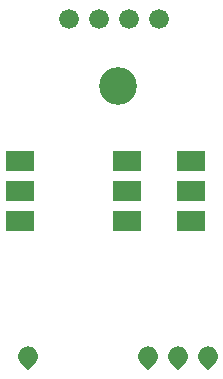
<source format=gbr>
G04 EAGLE Gerber RS-274X export*
G75*
%MOMM*%
%FSLAX34Y34*%
%LPD*%
%INSoldermask Top*%
%IPPOS*%
%AMOC8*
5,1,8,0,0,1.08239X$1,22.5*%
G01*
%ADD10C,3.200400*%
%ADD11R,2.438400X1.676400*%
%ADD12C,1.676400*%

G36*
X120689Y13830D02*
X120689Y13830D01*
X120792Y13832D01*
X120811Y13839D01*
X120831Y13841D01*
X120926Y13881D01*
X121023Y13917D01*
X121039Y13929D01*
X121057Y13937D01*
X121188Y14042D01*
X126576Y19430D01*
X126592Y19451D01*
X126627Y19485D01*
X127574Y20640D01*
X127586Y20661D01*
X127657Y20764D01*
X128361Y22082D01*
X128369Y22104D01*
X128418Y22219D01*
X128852Y23649D01*
X128855Y23673D01*
X128881Y23795D01*
X129028Y25282D01*
X129026Y25306D01*
X129028Y25431D01*
X128881Y26918D01*
X128875Y26941D01*
X128852Y27064D01*
X128418Y28494D01*
X128408Y28515D01*
X128397Y28543D01*
X128393Y28563D01*
X128382Y28581D01*
X128361Y28631D01*
X127657Y29949D01*
X127643Y29968D01*
X127574Y30073D01*
X126627Y31228D01*
X126609Y31243D01*
X126521Y31333D01*
X125366Y32281D01*
X125346Y32293D01*
X125242Y32364D01*
X123925Y33068D01*
X123902Y33076D01*
X123787Y33125D01*
X122358Y33559D01*
X122334Y33562D01*
X122211Y33588D01*
X120725Y33734D01*
X120701Y33733D01*
X120575Y33734D01*
X119089Y33588D01*
X119066Y33581D01*
X118942Y33559D01*
X117513Y33125D01*
X117492Y33114D01*
X117375Y33068D01*
X116058Y32364D01*
X116039Y32349D01*
X115934Y32281D01*
X114779Y31333D01*
X114763Y31315D01*
X114673Y31228D01*
X113726Y30073D01*
X113714Y30052D01*
X113643Y29949D01*
X112939Y28631D01*
X112931Y28609D01*
X112882Y28494D01*
X112448Y27064D01*
X112445Y27040D01*
X112419Y26918D01*
X112272Y25431D01*
X112274Y25407D01*
X112272Y25282D01*
X112419Y23795D01*
X112425Y23772D01*
X112448Y23649D01*
X112882Y22220D01*
X112892Y22198D01*
X112939Y22082D01*
X113643Y20764D01*
X113657Y20745D01*
X113726Y20640D01*
X114673Y19485D01*
X114693Y19468D01*
X114724Y19430D01*
X120112Y14042D01*
X120128Y14030D01*
X120140Y14015D01*
X120228Y13959D01*
X120311Y13898D01*
X120330Y13893D01*
X120347Y13882D01*
X120448Y13856D01*
X120547Y13826D01*
X120566Y13827D01*
X120586Y13822D01*
X120689Y13830D01*
G37*
G36*
X19089Y13830D02*
X19089Y13830D01*
X19192Y13832D01*
X19211Y13839D01*
X19231Y13841D01*
X19326Y13881D01*
X19423Y13917D01*
X19439Y13929D01*
X19457Y13937D01*
X19588Y14042D01*
X24976Y19430D01*
X24992Y19451D01*
X25027Y19485D01*
X25974Y20640D01*
X25986Y20661D01*
X26057Y20764D01*
X26761Y22082D01*
X26769Y22104D01*
X26818Y22219D01*
X27252Y23649D01*
X27255Y23673D01*
X27281Y23795D01*
X27428Y25282D01*
X27426Y25306D01*
X27428Y25431D01*
X27281Y26918D01*
X27275Y26941D01*
X27252Y27064D01*
X26818Y28494D01*
X26808Y28515D01*
X26797Y28543D01*
X26793Y28563D01*
X26782Y28581D01*
X26761Y28631D01*
X26057Y29949D01*
X26043Y29968D01*
X25974Y30073D01*
X25027Y31228D01*
X25009Y31243D01*
X24921Y31333D01*
X23766Y32281D01*
X23746Y32293D01*
X23642Y32364D01*
X22325Y33068D01*
X22302Y33076D01*
X22187Y33125D01*
X20758Y33559D01*
X20734Y33562D01*
X20611Y33588D01*
X19125Y33734D01*
X19101Y33733D01*
X18975Y33734D01*
X17489Y33588D01*
X17466Y33581D01*
X17342Y33559D01*
X15913Y33125D01*
X15892Y33114D01*
X15775Y33068D01*
X14458Y32364D01*
X14439Y32349D01*
X14334Y32281D01*
X13179Y31333D01*
X13163Y31315D01*
X13073Y31228D01*
X12126Y30073D01*
X12114Y30052D01*
X12043Y29949D01*
X11339Y28631D01*
X11331Y28609D01*
X11282Y28494D01*
X10848Y27064D01*
X10845Y27040D01*
X10819Y26918D01*
X10672Y25431D01*
X10674Y25407D01*
X10672Y25282D01*
X10819Y23795D01*
X10825Y23772D01*
X10848Y23649D01*
X11282Y22220D01*
X11292Y22198D01*
X11339Y22082D01*
X12043Y20764D01*
X12057Y20745D01*
X12126Y20640D01*
X13073Y19485D01*
X13093Y19468D01*
X13124Y19430D01*
X18512Y14042D01*
X18528Y14030D01*
X18540Y14015D01*
X18628Y13959D01*
X18711Y13898D01*
X18730Y13893D01*
X18747Y13882D01*
X18848Y13856D01*
X18947Y13826D01*
X18966Y13827D01*
X18986Y13822D01*
X19089Y13830D01*
G37*
G36*
X171489Y13830D02*
X171489Y13830D01*
X171592Y13832D01*
X171611Y13839D01*
X171631Y13841D01*
X171726Y13881D01*
X171823Y13917D01*
X171839Y13929D01*
X171857Y13937D01*
X171988Y14042D01*
X177376Y19430D01*
X177392Y19451D01*
X177427Y19485D01*
X178374Y20640D01*
X178386Y20661D01*
X178457Y20764D01*
X179161Y22082D01*
X179169Y22104D01*
X179218Y22219D01*
X179652Y23649D01*
X179655Y23673D01*
X179681Y23795D01*
X179828Y25282D01*
X179826Y25306D01*
X179828Y25431D01*
X179681Y26918D01*
X179675Y26941D01*
X179652Y27064D01*
X179218Y28494D01*
X179208Y28515D01*
X179197Y28543D01*
X179193Y28563D01*
X179182Y28581D01*
X179161Y28631D01*
X178457Y29949D01*
X178443Y29968D01*
X178374Y30073D01*
X177427Y31228D01*
X177409Y31243D01*
X177321Y31333D01*
X176166Y32281D01*
X176146Y32293D01*
X176042Y32364D01*
X174725Y33068D01*
X174702Y33076D01*
X174587Y33125D01*
X173158Y33559D01*
X173134Y33562D01*
X173011Y33588D01*
X171525Y33734D01*
X171501Y33733D01*
X171375Y33734D01*
X169889Y33588D01*
X169866Y33581D01*
X169742Y33559D01*
X168313Y33125D01*
X168292Y33114D01*
X168175Y33068D01*
X166858Y32364D01*
X166839Y32349D01*
X166734Y32281D01*
X165579Y31333D01*
X165563Y31315D01*
X165473Y31228D01*
X164526Y30073D01*
X164514Y30052D01*
X164443Y29949D01*
X163739Y28631D01*
X163731Y28609D01*
X163682Y28494D01*
X163248Y27064D01*
X163245Y27040D01*
X163219Y26918D01*
X163072Y25431D01*
X163074Y25407D01*
X163072Y25282D01*
X163219Y23795D01*
X163225Y23772D01*
X163248Y23649D01*
X163682Y22220D01*
X163692Y22198D01*
X163739Y22082D01*
X164443Y20764D01*
X164457Y20745D01*
X164526Y20640D01*
X165473Y19485D01*
X165493Y19468D01*
X165524Y19430D01*
X170912Y14042D01*
X170928Y14030D01*
X170940Y14015D01*
X171028Y13959D01*
X171111Y13898D01*
X171130Y13893D01*
X171147Y13882D01*
X171248Y13856D01*
X171347Y13826D01*
X171366Y13827D01*
X171386Y13822D01*
X171489Y13830D01*
G37*
G36*
X146089Y13830D02*
X146089Y13830D01*
X146192Y13832D01*
X146211Y13839D01*
X146231Y13841D01*
X146326Y13881D01*
X146423Y13917D01*
X146439Y13929D01*
X146457Y13937D01*
X146588Y14042D01*
X151976Y19430D01*
X151992Y19451D01*
X152027Y19485D01*
X152974Y20640D01*
X152986Y20661D01*
X153057Y20764D01*
X153761Y22082D01*
X153769Y22104D01*
X153818Y22219D01*
X154252Y23649D01*
X154255Y23673D01*
X154281Y23795D01*
X154428Y25282D01*
X154426Y25306D01*
X154428Y25431D01*
X154281Y26918D01*
X154275Y26941D01*
X154252Y27064D01*
X153818Y28494D01*
X153808Y28515D01*
X153797Y28543D01*
X153793Y28563D01*
X153782Y28581D01*
X153761Y28631D01*
X153057Y29949D01*
X153043Y29968D01*
X152974Y30073D01*
X152027Y31228D01*
X152009Y31243D01*
X151921Y31333D01*
X150766Y32281D01*
X150746Y32293D01*
X150642Y32364D01*
X149325Y33068D01*
X149302Y33076D01*
X149187Y33125D01*
X147758Y33559D01*
X147734Y33562D01*
X147611Y33588D01*
X146125Y33734D01*
X146101Y33733D01*
X145975Y33734D01*
X144489Y33588D01*
X144466Y33581D01*
X144342Y33559D01*
X142913Y33125D01*
X142892Y33114D01*
X142775Y33068D01*
X141458Y32364D01*
X141439Y32349D01*
X141334Y32281D01*
X140179Y31333D01*
X140163Y31315D01*
X140073Y31228D01*
X139126Y30073D01*
X139114Y30052D01*
X139043Y29949D01*
X138339Y28631D01*
X138331Y28609D01*
X138282Y28494D01*
X137848Y27064D01*
X137845Y27040D01*
X137819Y26918D01*
X137672Y25431D01*
X137674Y25407D01*
X137672Y25282D01*
X137819Y23795D01*
X137825Y23772D01*
X137848Y23649D01*
X138282Y22220D01*
X138292Y22198D01*
X138339Y22082D01*
X139043Y20764D01*
X139057Y20745D01*
X139126Y20640D01*
X140073Y19485D01*
X140093Y19468D01*
X140124Y19430D01*
X145512Y14042D01*
X145528Y14030D01*
X145540Y14015D01*
X145628Y13959D01*
X145711Y13898D01*
X145730Y13893D01*
X145747Y13882D01*
X145848Y13856D01*
X145947Y13826D01*
X145966Y13827D01*
X145986Y13822D01*
X146089Y13830D01*
G37*
D10*
X95250Y254000D03*
D11*
X102362Y190500D03*
X102362Y165100D03*
X102362Y139700D03*
X11938Y190500D03*
X11938Y165100D03*
X11938Y139700D03*
X157226Y139700D03*
X157226Y165100D03*
X157226Y190500D03*
D12*
X129540Y311150D03*
X104140Y311150D03*
X78740Y311150D03*
X53340Y311150D03*
M02*

</source>
